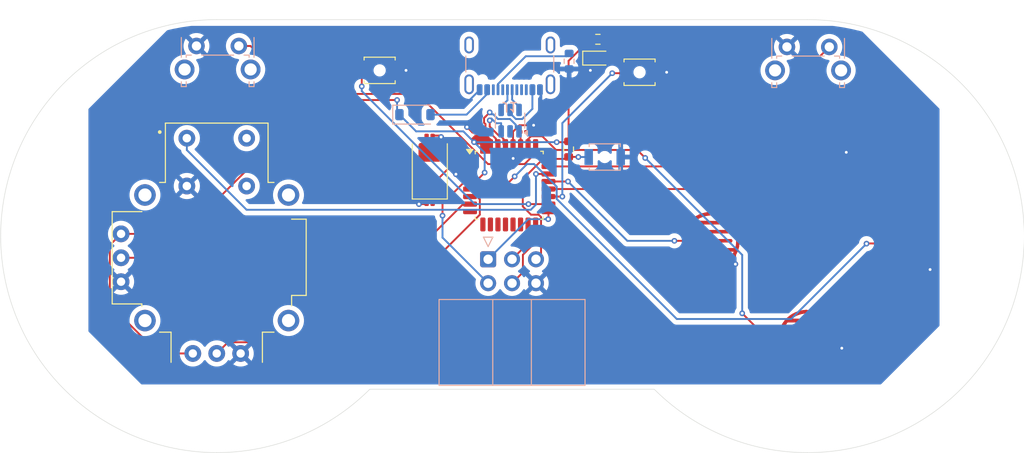
<source format=kicad_pcb>
(kicad_pcb (version 20241229) (generator "pcbnew") (generator_version "9.0")
  (layers (0 "F.Cu" signal) (2 "B.Cu" signal) (13 "F.Paste" user) (15 "B.Paste" user) (5 "F.SilkS" user "F.Silkscreen") (7 "B.SilkS" user "B.Silkscreen") (1 "F.Mask" user) (3 "B.Mask" user) (25 "Edge.Cuts" user))
  (net 0 "")
  (net 1 "GND")
  (net 2 "+5V")
  (net 3 "XTAL1")
  (net 4 "XTAL2")
  (net 5 "Net-(U1-UCAP)")
  (net 6 "Net-(D1-A)")
  (net 7 "Net-(D2-A)")
  (net 8 "MISO")
  (net 9 "SCK")
  (net 10 "RESET")
  (net 11 "MOSI")
  (net 15 "SELECT")
  (net 16 "START")
  (net 17 "A")
  (net 18 "B")
  (net 19 "Y")
  (net 20 "X")
  (net 21 "L")
  (net 22 "R")
  (net 23 "JOYSTICK")
  (net 24 "JOYSTICK_X")
  (net 26 "USB_D+")
  (net 30 "USB_D-")
  (net 34 "JOYSTICK_Y")
  (net 39 "Net-(J1-CC1)")
  (net 42 "Net-(J1-D--PadA7)")
  (net 43 "Net-(J1-D+-PadA6)")
  (footprint "Resistor_SMD:R_0603_1608Metric" (layer "F.Cu") (at 194.4625 104.2625 -90)
    (property "Reference" "R4" (hide yes))
    (property "Value" "10K" (hide yes))
  )
  (footprint "COM_09032:XDCR_COM-09032" (layer "F.Cu") (at 157.1 115.8)
    (property "Reference" "U2" (hide yes))
    (property "Value" "COM-09032" (hide yes))
  )
  (footprint "Capacitor_SMD:C_0201_0603Metric" (layer "F.Cu") (at 179.705 110.1 180)
    (property "Reference" "C3" (hide yes))
    (property "Value" "22P" (hide yes))
  )
  (footprint "Resistor_SMD:R_0603_1608Metric" (layer "F.Cu") (at 197.575 92.6)
    (property "Reference" "R3" (hide yes))
    (property "Value" "10K" (hide yes))
  )
  (footprint "LED_SMD:LED_0603_1608Metric_Pad1.05x0.95mm_HandSolder" (layer "F.Cu") (at 197.625 94.6)
    (property "Reference" "D1" (hide yes))
    (property "Value" "GREEN" (hide yes))
  )
  (footprint "Capacitor_SMD:C_0201_0603Metric" (layer "F.Cu") (at 184.905 102.5 180)
    (property "Reference" "C1" (hide yes))
    (property "Value" "1u" (hide yes))
  )
  (footprint "Button_Switch_SMD:SW_SPST_B3U-1000P-B" (layer "F.Cu") (at 202 96.1)
    (property "Reference" "SW4" (hide yes))
    (property "Value" "START" (hide yes))
  )
  (footprint "external libraries:membarine switch" (layer "F.Cu") (at 209.6 114)
    (property "Reference" "SW6" (hide yes))
    (property "Value" "B" (hide yes))
  )
  (footprint "Capacitor_SMD:C_0201_0603Metric" (layer "F.Cu") (at 189.655 102.4375)
    (property "Reference" "C4" (hide yes))
    (property "Value" "1u" (hide yes))
  )
  (footprint "external libraries:membarine switch" (layer "F.Cu") (at 230.3 114.3)
    (property "Reference" "SW7" (hide yes))
    (property "Value" "Y" (hide yes))
  )
  (footprint "external libraries:membarine switch" (layer "F.Cu") (at 219.8 124.4)
    (property "Reference" "SW8" (hide yes))
    (property "Value" "X" (hide yes))
  )
  (footprint "Package_QFP:TQFP-32_7x7mm_P0.8mm" (layer "F.Cu") (at 188.1625 108.1)
    (property "Reference" "U1" (hide yes))
    (property "Value" "ATmega16U2-A" (hide yes))
  )
  (footprint "Capacitor_SMD:C_0201_0603Metric" (layer "F.Cu") (at 179.705 102.825)
    (property "Reference" "C2" (hide yes))
    (property "Value" "22P" (hide yes))
  )
  (footprint "external libraries:membarine switch" (layer "F.Cu") (at 220.3 103.6)
    (property "Reference" "SW5" (hide yes))
    (property "Value" "A" (hide yes))
  )
  (footprint "Button_Switch_SMD:SW_SPST_B3U-1000P-B" (layer "F.Cu") (at 174.4 95.9)
    (property "Reference" "SW3" (hide yes))
    (property "Value" "SELECT" (hide yes))
  )
  (footprint "Crystal:Crystal_SMD_5032-2Pin_5.0x3.2mm" (layer "F.Cu") (at 179.725 106.45 90)
    (property "Reference" "Y1" (hide yes))
    (property "Value" "8MHz" (hide yes))
  )
  (footprint "Button_Switch_SMD:SW_SPST_B3U-1000P-B" (layer "B.Cu") (at 198.3 105.1 180)
    (property "Reference" "SW9" (hide yes))
    (property "Value" "RST" (hide yes))
  )
  (footprint "Button_Switch_THT:SW_Tactile_SPST_Angled_PTS645Vx39-2LFS" (layer "B.Cu") (at 222.15 93.41 180)
    (property "Reference" "SW11" (hide yes))
    (property "Value" "R" (hide yes))
  )
  (footprint "Package_TO_SOT_SMD:SOT-23-6" (layer "B.Cu") (at 188.25 101.2375 90)
    (property "Reference" "U3" (hide yes))
    (property "Value" "USBLC6-2SC6" (hide yes))
  )
  (footprint "Resistor_SMD:R_0603_1608Metric" (layer "B.Cu") (at 194.52 94.925 -90)
    (property "Reference" "R5" (hide yes))
    (property "Value" "5k1" (hide yes))
  )
  (footprint "Button_Switch_THT:SW_Tactile_SPST_Angled_PTS645Vx39-2LFS" (layer "B.Cu") (at 159.45 93.31 180)
    (property "Reference" "SW10" (hide yes))
    (property "Value" "L" (hide yes))
  )
  (footprint "Connector_USB:USB_C_Receptacle_GCT_USB4105-xx-A_16P_TopMnt_Horizontal" (layer "B.Cu") (at 188.22 94.275)
    (property "Reference" "J1")
    (property "Value" "USB_C_Receptacle_USB2.0_14P")
  )
  (footprint "Diode_SMD:D_SOD-123" (layer "B.Cu") (at 178.15 100.6)
    (property "Reference" "D2" (hide yes))
    (property "Value" "B5819W" (hide yes))
  )
  (footprint "Connector_IDC:IDC-Header_2x03_P2.54mm_Horizontal" (layer "B.Cu") (at 185.92 115.96 -90)
    (property "Reference" "J2" (hide yes))
    (property "Value" "ISP" (hide yes))
  )
  (gr_line (start 217.216762 103.577835) (end 216.6 103.577835) (stroke (width 0.2)) (layer "F.Cu") (net 17))
  (gr_line (start 216.716762 124.377835) (end 216.3 124.377835) (stroke (width 0.2)) (layer "F.Cu") (net 20))
  (gr_poly (pts (xy 186.3 104.65) (xy 185.175 104.65) (xy 185.175 103.725) (xy 185.125 103.675) (xy 184.375 103.675) (xy 184.225 103.525) (xy 184.225 103.175) (xy 184.55 102.85) (xy 185.05 102.85) (xy 185.05 102.4) (xy 185.325 102.4) (xy 186.3 103.375) (xy 186.3 103.375)) (stroke (width 0.2)) (fill yes) (layer "F.Cu") (net 2))
  (gr_line (start 206.516762 114) (end 206.1 114) (stroke (width 0.2)) (layer "F.Cu") (net 18))
  (gr_line (start 227.216762 114.277835) (end 226.8 114.277835) (stroke (width 0.2)) (layer "F.Cu") (net 19))
  (gr_arc (start 157.1 136.489563) (mid 134.110437 113.5) (end 157.1 90.510437) (stroke (width 0.05)) (layer "Edge.Cuts"))
  (gr_arc (start 219.810437 136.489562) (mid 211.012713 134.739586) (end 203.554362 129.756075) (stroke (width 0.05)) (layer "Edge.Cuts"))
  (gr_arc (start 173.356076 129.756076) (mid 165.897725 134.739587) (end 157.1 136.489563) (stroke (width 0.05)) (layer "Edge.Cuts"))
  (gr_arc (start 219.810437 90.510437) (mid 242.8 113.5) (end 219.810437 136.489563) (stroke (width 0.05)) (layer "Edge.Cuts"))
  (gr_line (start 173.356075 129.756076) (end 203.554362 129.756076) (stroke (width 0.05)) (layer "Edge.Cuts"))
  (gr_line (start 219.81044 90.510437) (end 157.1 90.510437) (stroke (width 0.05)) (layer "Edge.Cuts"))
  (segment (start 179.385 110.1) (end 178.575 110.1) (width 0.2) (layer "F.Cu") (net 1))
  (segment (start 196.75 94.6) (end 196.75 95.875) (width 0.2) (layer "F.Cu") (net 1))
  (segment (start 182.525 106.9) (end 182.5 106.925) (width 0.2) (layer "F.Cu") (net 1))
  (segment (start 203.7 96.1) (end 204.875 96.1) (width 0.2) (layer "F.Cu") (net 1))
  (segment (start 222.347322 125.4) (end 223.475 125.4) (width 0.2) (layer "F.Cu") (net 1))
  (segment (start 188.5625 103.9375) (end 188.5625 105.2375) (width 0.2) (layer "F.Cu") (net 1))
  (segment (start 232.847322 115.3) (end 232.847322 117.047322) (width 0.2) (layer "F.Cu") (net 1))
  (segment (start 222.847322 104.6) (end 223.95 104.6) (width 0.2) (layer "F.Cu") (net 1))
  (segment (start 184.256068 102.5) (end 183.675906 101.919838) (width 0.2) (layer "F.Cu") (net 1))
  (segment (start 190.0375 102.4375) (end 190.75 101.725) (width 0.2) (layer "F.Cu") (net 1))
  (segment (start 188.5625 103.9375) (end 188.5625 102.41013) (width 0.2) (layer "F.Cu") (net 1))
  (segment (start 184.585 102.5) (end 184.256068 102.5) (width 0.2) (layer "F.Cu") (net 1))
  (segment (start 188.5625 105.2375) (end 188.575 105.25) (width 0.2) (layer "F.Cu") (net 1))
  (segment (start 176.1 95.9) (end 177.2 95.9) (width 0.2) (layer "F.Cu") (net 1))
  (segment (start 184 106.9) (end 182.525 106.9) (width 0.2) (layer "F.Cu") (net 1))
  (segment (start 180.025 102.825) (end 180.775 102.825) (width 0.2) (layer "F.Cu") (net 1))
  (segment (start 196.75 95.875) (end 196.775 95.9) (width 0.2) (layer "F.Cu") (net 1))
  (segment (start 180.775 102.825) (end 180.925 102.975) (width 0.2) (layer "F.Cu") (net 1))
  (segment (start 189.975 102.4375) (end 190.0375 102.4375) (width 0.2) (layer "F.Cu") (net 1))
  (segment (start 188.5625 102.41013) (end 189.24763 101.725) (width 0.2) (layer "F.Cu") (net 1))
  (segment (start 212.147322 116.447322) (end 212.175 116.475) (width 0.2) (layer "F.Cu") (net 1))
  (segment (start 232.847322 117.047322) (end 232.85 117.05) (width 0.2) (layer "F.Cu") (net 1))
  (segment (start 189.24763 101.725) (end 190.75 101.725) (width 0.2) (layer "F.Cu") (net 1))
  (segment (start 212.147322 115) (end 212.147322 116.447322) (width 0.2) (layer "F.Cu") (net 1))
  (via (at 182.5 106.925) (size 0.6) (drill 0.3) (layers "F.Cu" "B.Cu") (net 1))
  (via (at 183.675906 101.919838) (size 0.6) (drill 0.3) (layers "F.Cu" "B.Cu") (net 1))
  (via (at 190.75 101.725) (size 0.6) (drill 0.3) (layers "F.Cu" "B.Cu") (net 1))
  (via (at 223.95 104.6) (size 0.6) (drill 0.3) (layers "F.Cu" "B.Cu") (net 1))
  (via (at 177.2 95.9) (size 0.6) (drill 0.3) (layers "F.Cu" "B.Cu") (net 1))
  (via (at 180.925 102.975) (size 0.6) (drill 0.3) (layers "F.Cu" "B.Cu") (net 1))
  (via (at 204.875 96.1) (size 0.6) (drill 0.3) (layers "F.Cu" "B.Cu") (net 1))
  (via (at 232.85 117.05) (size 0.6) (drill 0.3) (layers "F.Cu" "B.Cu") (net 1))
  (via (at 178.575 110.1) (size 0.6) (drill 0.3) (layers "F.Cu" "B.Cu") (net 1))
  (via (at 212.175 116.475) (size 0.6) (drill 0.3) (layers "F.Cu" "B.Cu") (net 1))
  (via (at 223.475 125.4) (size 0.6) (drill 0.3) (layers "F.Cu" "B.Cu") (net 1))
  (via (at 188.575 105.25) (size 0.6) (drill 0.3) (layers "F.Cu" "B.Cu") (net 1))
  (via (at 196.775 95.9) (size 0.6) (drill 0.3) (layers "F.Cu" "B.Cu") (net 1))
  (segment (start 185.02 97.98) (end 183.625 99.375) (width 0.2) (layer "B.Cu") (net 1))
  (segment (start 185.02 97.955) (end 185.02 97.98) (width 0.2) (layer "B.Cu") (net 1))
  (segment (start 145.75 120.779625) (end 145.75 114.45) (width 0.2) (layer "F.Cu") (net 2))
  (segment (start 154.56 125.96) (end 150.930375 125.96) (width 0.2) (layer "F.Cu") (net 2))
  (segment (start 183.438556 107.7) (end 184 107.7) (width 0.2) (layer "F.Cu") (net 2))
  (segment (start 146.94 113.26) (end 153.512085 113.26) (width 0.2) (layer "F.Cu") (net 2))
  (segment (start 167.722085 99.05) (end 176.25 99.05) (width 0.2) (layer "F.Cu") (net 2))
  (segment (start 196.7 92.55) (end 196.75 92.6) (width 0.2) (layer "F.Cu") (net 2))
  (segment (start 194.375 103.525) (end 194.4625 103.4375) (width 0.2) (layer "F.Cu") (net 2))
  (segment (start 185.55 106.75) (end 185.55 106.887499) (width 0.2) (layer "F.Cu") (net 2))
  (segment (start 194.4625 103.4375) (end 194.4625 94.8875) (width 0.2) (layer "F.Cu") (net 2))
  (segment (start 184.6 107.7) (end 184 107.7) (width 0.2) (layer "F.Cu") (net 2))
  (segment (start 145.75 114.45) (end 146.94 113.26) (width 0.2) (layer "F.Cu") (net 2))
  (segment (start 193.2 103.525) (end 194.375 103.525) (width 0.2) (layer "F.Cu") (net 2))
  (segment (start 185.55 106.75) (end 184.6 107.7) (width 0.2) (layer "F.Cu") (net 2))
  (segment (start 150.930375 125.96) (end 145.75 120.779625) (width 0.2) (layer "F.Cu") (net 2))
  (segment (start 194.4625 94.8875) (end 196.75 92.6) (width 0.2) (layer "F.Cu") (net 2))
  (segment (start 153.512085 113.26) (end 167.722085 99.05) (width 0.2) (layer "F.Cu") (net 2))
  (segment (start 181.075 111.325) (end 181.075 110.063556) (width 0.2) (layer "F.Cu") (net 2))
  (segment (start 181.075 110.063556) (end 183.438556 107.7) (width 0.2) (layer "F.Cu") (net 2))
  (via (at 185.55 106.75) (size 0.6) (drill 0.3) (layers "F.Cu" "B.Cu") (net 2))
  (via (at 176.25 99.05) (size 0.6) (drill 0.3) (layers "F.Cu" "B.Cu") (net 2))
  (via (at 184.429987 103.520013) (size 0.6) (drill 0.3) (layers "F.Cu" "B.Cu") (net 2))
  (via (at 193.2 103.525) (size 0.6) (drill 0.3) (layers "F.Cu" "B.Cu") (net 2))
  (via (at 181.075 111.325) (size 0.6) (drill 0.3) (layers "F.Cu" "B.Cu") (net 2))
  (segment (start 183.284974 102.375) (end 178.275 102.375) (width 0.2) (layer "B.Cu") (net 2))
  (segment (start 184.429987 103.520013) (end 193.195013 103.520013) (width 0.2) (layer "B.Cu") (net 2))
  (segment (start 185.92 118.5) (end 181.075 113.655) (width 0.2) (layer "B.Cu") (net 2))
  (segment (start 184.429987 103.520013) (end 183.284974 102.375) (width 0.2) (layer "B.Cu") (net 2))
  (segment (start 178.275 102.375) (end 176.5 100.6) (width 0.2) (layer "B.Cu") (net 2))
  (segment (start 193.195013 103.520013) (end 193.2 103.525) (width 0.2) (layer "B.Cu") (net 2))
  (segment (start 184.429987 103.520013) (end 185.55 104.640026) (width 0.2) (layer "B.Cu") (net 2))
  (segment (start 181.075 113.655) (end 181.075 111.325) (width 0.2) (layer "B.Cu") (net 2))
  (segment (start 176.25 100.35) (end 176.5 100.6) (width 0.2) (layer "B.Cu") (net 2))
  (segment (start 185.55 104.640026) (end 185.55 106.75) (width 0.2) (layer "B.Cu") (net 2))
  (segment (start 176.25 99.05) (end 176.25 100.35) (width 0.2) (layer "B.Cu") (net 2))
  (segment (start 180.425 105.3) (end 179.725 104.6) (width 0.2) (layer "F.Cu") (net 3))
  (segment (start 179.385 102.825) (end 179.385 104.26) (width 0.2) (layer "F.Cu") (net 3))
  (segment (start 179.385 104.26) (end 179.725 104.6) (width 0.2) (layer "F.Cu") (net 3))
  (segment (start 184 105.3) (end 180.425 105.3) (width 0.2) (layer "F.Cu") (net 3))
  (segment (start 179.725 108.3) (end 179.335 108.69) (width 0.2) (layer "F.Cu") (net 4))
  (segment (start 180.025 108.6) (end 179.725 108.3) (width 0.2) (layer "F.Cu") (net 4))
  (segment (start 181.925 106.1) (end 179.725 108.3) (width 0.2) (layer "F.Cu") (net 4))
  (segment (start 180.025 110.1) (end 180.025 108.6) (width 0.2) (layer "F.Cu") (net 4))
  (segment (start 184 106.1) (end 181.925 106.1) (width 0.2) (layer "F.Cu") (net 4))
  (segment (start 189.3625 102.4775) (end 189.3225 102.4375) (width 0.2) (layer "F.Cu") (net 5))
  (segment (start 189.3625 103.9375) (end 189.3625 102.4775) (width 0.2) (layer "F.Cu") (net 5))
  (segment (start 198.4 94.5) (end 198.5 94.6) (width 0.2) (layer "F.Cu") (net 6))
  (segment (start 198.4 92.6) (end 198.4 94.5) (width 0.2) (layer "F.Cu") (net 6))
  (segment (start 183.625 100.6) (end 179.8 100.6) (width 0.2) (layer "B.Cu") (net 7))
  (segment (start 188.859032 101.0635) (end 189.540968 101.0635) (width 0.2) (layer "B.Cu") (net 7))
  (segment (start 189.540968 101.0635) (end 190.62 99.984468) (width 0.2) (layer "B.Cu") (net 7))
  (segment (start 190.62 99.984468) (end 190.62 97.955) (width 0.2) (layer "B.Cu") (net 7))
  (segment (start 188.25 100.1) (end 188.25 100.454468) (width 0.2) (layer "B.Cu") (net 7))
  (segment (start 188.25 100.454468) (end 188.859032 101.0635) (width 0.2) (layer "B.Cu") (net 7))
  (segment (start 185.82 97.955) (end 185.82 98.405) (width 0.2) (layer "B.Cu") (net 7))
  (segment (start 185.82 98.405) (end 183.625 100.6) (width 0.2) (layer "B.Cu") (net 7))
  (segment (start 192.325 110.9) (end 192.325 111.675) (width 0.2) (layer "F.Cu") (net 8))
  (segment (start 192.325 111.675) (end 192.3 111.7) (width 0.2) (layer "F.Cu") (net 8))
  (via (at 192.3 111.7) (size 0.6) (drill 0.3) (layers "F.Cu" "B.Cu") (net 8))
  (segment (start 192.3 111.7) (end 190.18 111.7) (width 0.2) (layer "B.Cu") (net 8))
  (segment (start 190.18 111.7) (end 185.92 115.96) (width 0.2) (layer "B.Cu") (net 8))
  (segment (start 190.1625 114.2575) (end 190.1625 112.2625) (width 0.2) (layer "F.Cu") (net 9))
  (segment (start 188.46 115.96) (end 190.1625 114.2575) (width 0.2) (layer "F.Cu") (net 9))
  (segment (start 190.474057 111.224) (end 191.285444 111.224) (width 0.2) (layer "F.Cu") (net 10))
  (segment (start 192.325 105.3) (end 194.25 105.3) (width 0.2) (layer "F.Cu") (net 10))
  (segment (start 189.599 107.451057) (end 189.599 110.348943) (width 0.2) (layer "F.Cu") (net 10))
  (segment (start 194.25 105.3) (end 194.4625 105.0875) (width 0.2) (layer "F.Cu") (net 10))
  (segment (start 191.5385 115.4215) (end 191 115.96) (width 0.2) (layer "F.Cu") (net 10))
  (segment (start 191.5385 111.477056) (end 191.5385 115.4215) (width 0.2) (layer "F.Cu") (net 10))
  (segment (start 194.4625 105.0875) (end 195.4875 105.0875) (width 0.2) (layer "F.Cu") (net 10))
  (segment (start 189.599 110.348943) (end 190.474057 111.224) (width 0.2) (layer "F.Cu") (net 10))
  (segment (start 191.750057 105.3) (end 189.599 107.451057) (width 0.2) (layer "F.Cu") (net 10))
  (segment (start 191.285444 111.224) (end 191.5385 111.477056) (width 0.2) (layer "F.Cu") (net 10))
  (segment (start 192.325 105.3) (end 191.750057 105.3) (width 0.2) (layer "F.Cu") (net 10))
  (segment (start 195.4875 105.0875) (end 195.5 105.1) (width 0.2) (layer "F.Cu") (net 10))
  (via (at 195.5 105.1) (size 0.6) (drill 0.3) (layers "F.Cu" "B.Cu") (net 10))
  (segment (start 195.5 105.1) (end 196.6 105.1) (width 0.2) (layer "B.Cu") (net 10))
  (segment (start 189.611 117.349) (end 188.46 118.5) (width 0.2) (layer "F.Cu") (net 11))
  (segment (start 190.9625 114.13174) (end 189.611 115.48324) (width 0.2) (layer "F.Cu") (net 11))
  (segment (start 190.9625 112.2625) (end 190.9625 114.13174) (width 0.2) (layer "F.Cu") (net 11))
  (segment (start 189.611 115.48324) (end 189.611 117.349) (width 0.2) (layer "F.Cu") (net 11))
  (segment (start 172.5 97.6) (end 172.5 96.1) (width 0.2) (layer "F.Cu") (net 15))
  (segment (start 172.5 96.1) (end 172.7 95.9) (width 0.2) (layer "F.Cu") (net 15))
  (segment (start 192.325 110.1) (end 190.2 110.1) (width 0.2) (layer "F.Cu") (net 15))
  (via (at 172.5 97.6) (size 0.6) (drill 0.3) (layers "F.Cu" "B.Cu") (net 15))
  (via (at 190.2 110.1) (size 0.6) (drill 0.3) (layers "F.Cu" "B.Cu") (net 15))
  (segment (start 172.5 97.6) (end 172.5 98.1) (width 0.2) (layer "B.Cu") (net 15))
  (segment (start 172.5 98.1) (end 184.5 110.1) (width 0.2) (layer "B.Cu") (net 15))
  (segment (start 184.5 110.1) (end 190.2 110.1) (width 0.2) (layer "B.Cu") (net 15))
  (segment (start 199.1 96.2) (end 200.2 96.2) (width 0.2) (layer "F.Cu") (net 16))
  (segment (start 200.2 96.2) (end 200.3 96.1) (width 0.2) (layer "F.Cu") (net 16))
  (segment (start 192.325 109.3) (end 193.8 109.3) (width 0.2) (layer "F.Cu") (net 16))
  (via (at 193.8 109.3) (size 0.6) (drill 0.3) (layers "F.Cu" "B.Cu") (net 16))
  (via (at 199.1 96.2) (size 0.6) (drill 0.3) (layers "F.Cu" "B.Cu") (net 16))
  (segment (start 193.8 109.3) (end 193.8 101.5) (width 0.2) (layer "B.Cu") (net 16))
  (segment (start 193.8 101.5) (end 199.1 96.2) (width 0.2) (layer "B.Cu") (net 16))
  (segment (start 192.325 108.5) (end 211.677835 108.5) (width 0.2) (layer "F.Cu") (net 17))
  (segment (start 211.677835 108.5) (end 216.6 103.577835) (width 0.2) (layer "F.Cu") (net 17))
  (segment (start 205.7 114) (end 206.077835 114) (width 0.2) (layer "F.Cu") (net 18))
  (segment (start 192.325 107.7) (end 194.4 107.7) (width 0.2) (layer "F.Cu") (net 18))
  (via (at 205.7 114) (size 0.6) (drill 0.3) (layers "F.Cu" "B.Cu") (net 18))
  (via (at 194.4 107.7) (size 0.6) (drill 0.3) (layers "F.Cu" "B.Cu") (net 18))
  (segment (start 200.7 114) (end 194.4 107.7) (width 0.2) (layer "B.Cu") (net 18))
  (segment (start 205.7 114) (end 200.7 114) (width 0.2) (layer "B.Cu") (net 18))
  (segment (start 187.4 108.5) (end 184 108.5) (width 0.2) (layer "F.Cu") (net 19))
  (segment (start 188.7375 107.1625) (end 187.4 108.5) (width 0.2) (layer "F.Cu") (net 19))
  (segment (start 226.122165 114.277835) (end 226.8 114.277835) (width 0.2) (layer "F.Cu") (net 19))
  (segment (start 226.1 114.3) (end 226.122165 114.277835) (width 0.2) (layer "F.Cu") (net 19))
  (via (at 188.7375 107.1625) (size 0.6) (drill 0.3) (layers "F.Cu" "B.Cu") (net 19))
  (via (at 226.1 114.3) (size 0.6) (drill 0.3) (layers "F.Cu" "B.Cu") (net 19))
  (segment (start 218.099 122.301) (end 226.1 114.3) (width 0.2) (layer "B.Cu") (net 19))
  (segment (start 188.7375 107.1625) (end 190.05 105.85) (width 0.2) (layer "B.Cu") (net 19))
  (segment (start 205.951057 122.301) (end 218.099 122.301) (width 0.2) (layer "B.Cu") (net 19))
  (segment (start 190.05 105.85) (end 190.799943 105.85) (width 0.2) (layer "B.Cu") (net 19))
  (segment (start 193.199 109.548943) (end 205.951057 122.301) (width 0.2) (layer "B.Cu") (net 19))
  (segment (start 193.199 108.249057) (end 193.199 109.548943) (width 0.2) (layer "B.Cu") (net 19))
  (segment (start 190.799943 105.85) (end 193.199 108.249057) (width 0.2) (layer "B.Cu") (net 19))
  (segment (start 190.463501 102.899) (end 191.674 102.899) (width 0.2) (layer "F.Cu") (net 20))
  (segment (start 191.674 102.899) (end 193.124 104.349) (width 0.2) (layer "F.Cu") (net 20))
  (segment (start 201.749 104.349) (end 202.6 105.2) (width 0.2) (layer "F.Cu") (net 20))
  (segment (start 212.9 121.7) (end 215.577835 124.377835) (width 0.2) (layer "F.Cu") (net 20))
  (segment (start 190.1625 103.9375) (end 190.1625 103.200001) (width 0.2) (layer "F.Cu") (net 20))
  (segment (start 190.1625 103.200001) (end 190.463501 102.899) (width 0.2) (layer "F.Cu") (net 20))
  (segment (start 215.577835 124.377835) (end 216.3 124.377835) (width 0.2) (layer "F.Cu") (net 20))
  (segment (start 193.124 104.349) (end 201.749 104.349) (width 0.2) (layer "F.Cu") (net 20))
  (via (at 212.9 121.7) (size 0.6) (drill 0.3) (layers "F.Cu" "B.Cu") (net 20))
  (via (at 202.6 105.2) (size 0.6) (drill 0.3) (layers "F.Cu" "B.Cu") (net 20))
  (segment (start 212.9 115.5) (end 212.9 121.7) (width 0.2) (layer "B.Cu") (net 20))
  (segment (start 202.6 105.2) (end 212.9 115.5) (width 0.2) (layer "B.Cu") (net 20))
  (segment (start 189.786499 105.851) (end 190.9625 104.674999) (width 0.2) (layer "F.Cu") (net 21))
  (segment (start 178.462444 98.401) (end 185.912444 105.851) (width 0.2) (layer "F.Cu") (net 21))
  (segment (start 185.912444 105.851) (end 189.786499 105.851) (width 0.2) (layer "F.Cu") (net 21))
  (segment (start 190.9625 104.674999) (end 190.9625 103.9375) (width 0.2) (layer "F.Cu") (net 21))
  (segment (start 160.687436 93.31) (end 165.778436 98.401) (width 0.2) (layer "F.Cu") (net 21))
  (segment (start 159.45 93.31) (end 160.687436 93.31) (width 0.2) (layer "F.Cu") (net 21))
  (segment (start 165.778436 98.401) (end 178.462444 98.401) (width 0.2) (layer "F.Cu") (net 21))
  (segment (start 192.325 106.1) (end 209.46 106.1) (width 0.2) (layer "F.Cu") (net 22))
  (segment (start 209.46 106.1) (end 222.15 93.41) (width 0.2) (layer "F.Cu") (net 22))
  (segment (start 192.325 106.9) (end 191 106.9) (width 0.2) (layer "F.Cu") (net 23))
  (via (at 191 106.9) (size 0.6) (drill 0.3) (layers "F.Cu" "B.Cu") (net 23))
  (segment (start 191 110.149943) (end 190.448943 110.701) (width 0.2) (layer "B.Cu") (net 23))
  (segment (start 190.448943 110.701) (end 160.268764 110.701) (width 0.2) (layer "B.Cu") (net 23))
  (segment (start 191 106.9) (end 191 110.149943) (width 0.2) (layer "B.Cu") (net 23))
  (segment (start 160.268764 110.701) (end 153.925 104.357236) (width 0.2) (layer "B.Cu") (net 23))
  (segment (start 153.925 104.357236) (end 153.925 103.1) (width 0.2) (layer "B.Cu") (net 23))
  (segment (start 184.737499 109.3) (end 184 109.3) (width 0.2) (layer "F.Cu") (net 24))
  (segment (start 158.29 124.77) (end 171.491444 124.77) (width 0.2) (layer "F.Cu") (net 24))
  (segment (start 157.1 125.96) (end 158.29 124.77) (width 0.2) (layer "F.Cu") (net 24))
  (segment (start 171.491444 124.77) (end 185.0385 111.222944) (width 0.2) (layer "F.Cu") (net 24))
  (segment (start 185.0385 111.222944) (end 185.0385 109.601001) (width 0.2) (layer "F.Cu") (net 24))
  (segment (start 185.0385 109.601001) (end 184.737499 109.3) (width 0.2) (layer "F.Cu") (net 24))
  (segment (start 187.285444 102.899) (end 187.5385 103.152056) (width 0.2) (layer "F.Cu") (net 26))
  (segment (start 187.5385 103.152056) (end 187.5385 103.7135) (width 0.2) (layer "F.Cu") (net 26))
  (segment (start 187.7625 103.376056) (end 187.7625 103.9375) (width 0.2) (layer "F.Cu") (net 26))
  (segment (start 187.121812 102.899) (end 187.285444 102.899) (width 0.2) (layer "F.Cu") (net 26))
  (segment (start 187.5385 103.7135) (end 187.7625 103.9375) (width 0.2) (layer "F.Cu") (net 26))
  (segment (start 186.088652 101.210607) (end 186.088652 101.86584) (width 0.2) (layer "F.Cu") (net 26))
  (segment (start 186.088652 101.86584) (end 187.121812 102.899) (width 0.2) (layer "F.Cu") (net 26))
  (via (at 186.088652 101.210607) (size 0.6) (drill 0.3) (layers "F.Cu" "B.Cu") (net 26))
  (segment (start 186.279211 101.020048) (end 186.088652 101.210607) (width 0.2) (layer "B.Cu") (net 26))
  (segment (start 187.3 102.375) (end 187.3 101.51348) (width 0.2) (layer "B.Cu") (net 26))
  (segment (start 187.3 101.51348) (end 186.772644 101.51348) (width 0.2) (layer "B.Cu") (net 26))
  (segment (start 186.772644 101.51348) (end 186.279211 101.020048) (width 0.2) (layer "B.Cu") (net 26))
  (segment (start 186.9625 103.773897) (end 186.9625 103.9375) (width 0.2) (layer "F.Cu") (net 30))
  (segment (start 185.487652 101.45955) (end 185.638652 101.61055) (width 0.2) (layer "F.Cu") (net 30))
  (segment (start 185.638652 100.810607) (end 185.638652 100.810664) (width 0.2) (layer "F.Cu") (net 30))
  (segment (start 186.7385 103.152056) (end 186.7385 103.549897) (width 0.2) (layer "F.Cu") (net 30))
  (segment (start 185.638652 100.810664) (end 185.487652 100.961664) (width 0.2) (layer "F.Cu") (net 30))
  (segment (start 185.638652 102.052208) (end 186.7385 103.152056) (width 0.2) (layer "F.Cu") (net 30))
  (segment (start 186.7385 103.549897) (end 186.9625 103.773897) (width 0.2) (layer "F.Cu") (net 30))
  (segment (start 185.638652 101.61055) (end 185.638652 102.052208) (width 0.2) (layer "F.Cu") (net 30))
  (segment (start 186.088652 100.360607) (end 185.638652 100.810607) (width 0.2) (layer "F.Cu") (net 30))
  (segment (start 185.487652 100.961664) (end 185.487652 101.45955) (width 0.2) (layer "F.Cu") (net 30))
  (via (at 186.088652 100.360607) (size 0.6) (drill 0.3) (layers "F.Cu" "B.Cu") (net 30))
  (segment (start 188.851 102.026) (end 188.851 101.671532) (width 0.2) (layer "B.Cu") (net 30))
  (segment (start 189.2 102.375) (end 188.851 102.026) (width 0.2) (layer "B.Cu") (net 30))
  (segment (start 186.959032 101.0635) (end 186.456138 100.560606) (width 0.2) (layer "B.Cu") (net 30))
  (segment (start 186.288651 100.560606) (end 186.088652 100.360607) (width 0.2) (layer "B.Cu") (net 30))
  (segment (start 186.456138 100.560606) (end 186.288651 100.560606) (width 0.2) (layer "B.Cu") (net 30))
  (segment (start 188.242968 101.0635) (end 186.959032 101.0635) (width 0.2) (layer "B.Cu") (net 30))
  (segment (start 188.851 101.671532) (end 188.242968 101.0635) (width 0.2) (layer "B.Cu") (net 30))
  (segment (start 177.562501 115.8) (end 146.94 115.8) (width 0.2) (layer "F.Cu") (net 34))
  (segment (start 184 110.1) (end 183.262501 110.1) (width 0.2) (layer "F.Cu") (net 34))
  (segment (start 183.262501 110.1) (end 177.562501 115.8) (width 0.2) (layer "F.Cu") (net 34))
  (segment (start 194.219 94.401) (end 194.52 94.1) (width 0.2) (layer "B.Cu") (net 39))
  (segment (start 189.915176 94.401) (end 194.219 94.401) (width 0.2) (layer "B.Cu") (net 39))
  (segment (start 186.97 97.955) (end 186.97 97.346176) (width 0.2) (layer "B.Cu") (net 39))
  (segment (start 186.97 97.346176) (end 189.915176 94.401) (width 0.2) (layer "B.Cu") (net 39))
  (segment (start 188.47 99.015532) (end 189.2 99.745532) (width 0.2) (layer "B.Cu") (net 42))
  (segment (start 189.2 99.745532) (end 189.2 100.1) (width 0.2) (layer "B.Cu") (net 42))
  (segment (start 188.47 97.955) (end 188.47 99.015532) (width 0.2) (layer "B.Cu") (net 42))
  (segment (start 187.3 99.745532) (end 187.3 100.1) (width 0.2) (layer "B.Cu") (net 43))
  (segment (start 187.97 97.955) (end 187.97 99.075532) (width 0.2) (layer "B.Cu") (net 43))
  (segment (start 187.97 99.075532) (end 187.3 99.745532) (width 0.2) (layer "B.Cu") (net 43))
  (zone (net 1) (net_name "GND") (layer "B.Cu") (connect_pads (clearance 0.5)) (min_thickness 0.25) (fill yes (thermal_gap 0.5) (thermal_bridge_width 0.5))
    (polygon (pts (xy 225.05 91.175) (xy 152.3 91.175) (xy 143.475 100) (xy 143.475 123.625) (xy 149.1 129.25) (xy 227.625 129.25) (xy 233.85 123.025) (xy 233.85 99.975)))
  )
)
</source>
